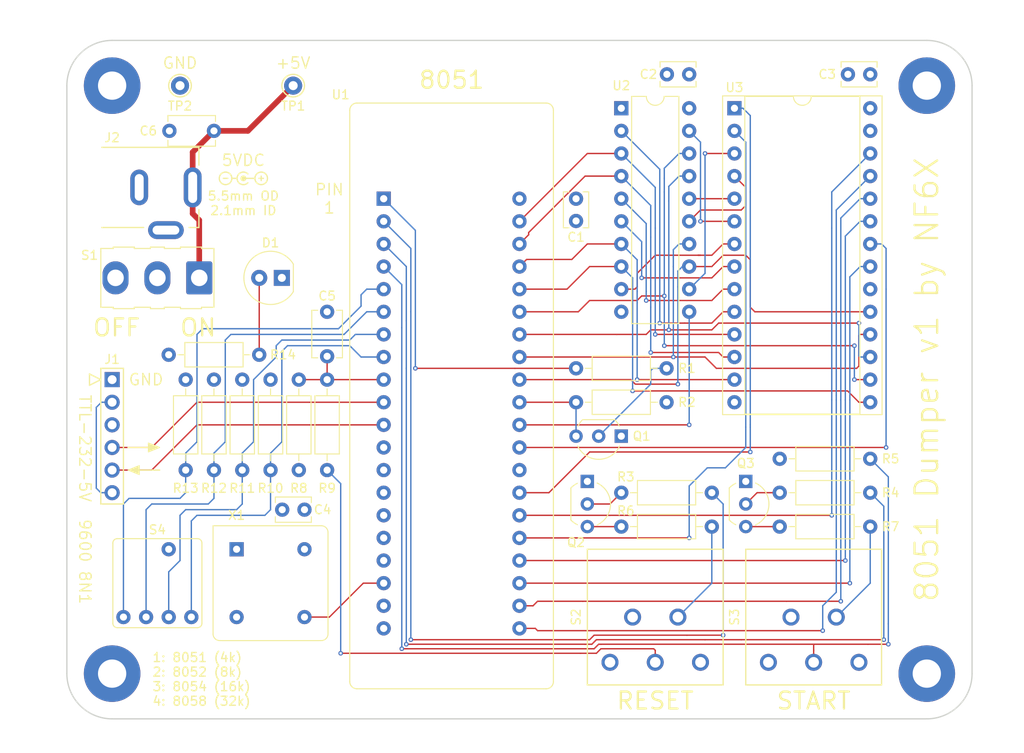
<source format=kicad_pcb>
(kicad_pcb (version 20171130) (host pcbnew "(5.1.4-0-10_14)")
  (title_block (title 8051dumper) (date 2020-04-11) (rev 1) (company "Mark J. Blair <nf6x@nf6x.net>"))
  (layers (0 F.Cu signal) (1 In1.Cu signal) (2 In2.Cu signal) (31 B.Cu signal) (36 B.SilkS user) (37 F.SilkS user) (38 B.Mask user) (39 F.Mask user) (44 Edge.Cuts user))
  (net 0 "")
  (net 1 GND)
  (net 2 +5V)
  (net 3 RST)
  (net 4 "Net-(J1-Pad2)")
  (net 5 /RXD)
  (net 6 /TXD)
  (net 7 /~EA)
  (net 8 "Net-(Q1-Pad2)")
  (net 9 "Net-(Q2-Pad3)")
  (net 10 "Net-(Q2-Pad2)")
  (net 11 "Net-(Q3-Pad3)")
  (net 12 "Net-(Q3-Pad2)")
  (net 13 EA)
  (net 14 ~REDLED)
  (net 15 ~GRNLED)
  (net 16 ~GRNBTN)
  (net 17 "Net-(R6-Pad2)")
  (net 18 "Net-(R7-Pad2)")
  (net 19 /AD0)
  (net 20 /AD1)
  (net 21 /CLK)
  (net 22 /AD2)
  (net 23 /AD3)
  (net 24 /AD4)
  (net 25 /AD5)
  (net 26 /AD6)
  (net 27 /AD7)
  (net 28 ALE)
  (net 29 ~PSEN)
  (net 30 /A14)
  (net 31 /A13)
  (net 32 /A12)
  (net 33 /A11)
  (net 34 /A10)
  (net 35 /A9)
  (net 36 /A8)
  (net 37 /A7)
  (net 38 /A3)
  (net 39 /A6)
  (net 40 /A2)
  (net 41 /A5)
  (net 42 /A1)
  (net 43 /A4)
  (net 44 /A0)
  (net 45 "Net-(R9-Pad2)")
  (net 46 "Net-(C6-Pad1)")
  (net 47 "Net-(D1-Pad2)")
  (net 48 ~R4k)
  (net 49 ~R8k)
  (net 50 ~R16k)
  (net 51 ~R32k)
  (module Symbol:Polarity_Center_Positive_1.5mm_SilkScreen (layer F.Cu) (at 121.412 142.494)
    (fp_text reference REF** hide)
    (fp_text value Polarity_Center_Positive_1.5mm_SilkScreen hide)
  )
  (module Resistor_THT:R_Axial_DIN0207_L6.3mm_D2.5mm_P10.16mm_Horizontal (layer F.Cu) (at 113.03 162.306)
    (fp_text reference R14 (at 12.827 0) (layer F.SilkS))
    (fp_text value 332 hide)
    (pad 2 thru_hole oval (at 10.16 0) (size 1.6 1.6) (drill 0.8) (layers *.Cu *.Mask) (net 47 "Net-(D1-Pad2)"))
    (pad 1 thru_hole circle (at 0 0) (size 1.6 1.6) (drill 0.8) (layers *.Cu *.Mask) (net 2 +5V))
  )
  (module LED_THT:LED_D5.0mm_Green_Kingbright_WP7113 (layer F.Cu) (at 124.46 153.67 180)
    (fp_text reference D1 (at 0 3.937) (layer F.SilkS))
    (fp_text value WP7113GD hide)
    (pad 2 thru_hole circle (at 1.27 0 180) (size 1.8 1.8) (drill 0.9) (layers *.Cu *.Mask) (net 47 "Net-(D1-Pad2)"))
    (pad 1 thru_hole rect (at -1.27 0 180) (size 1.8 1.8) (drill 0.9) (layers *.Cu *.Mask) (net 1 GND))
  )
  (module Resistor_THT:R_Axial_DIN0207_L6.3mm_D2.5mm_P10.16mm_Horizontal (layer F.Cu) (at 114.935 165.1 270)
    (fp_text reference R13 (at 12.192 0 180) (layer F.SilkS))
    (fp_text value 10k hide)
    (pad 2 thru_hole oval (at 10.16 0 270) (size 1.6 1.6) (drill 0.8) (layers *.Cu *.Mask) (net 51 ~R32k))
    (pad 1 thru_hole circle (at 0 0 270) (size 1.6 1.6) (drill 0.8) (layers *.Cu *.Mask) (net 2 +5V))
  )
  (module Resistor_THT:R_Axial_DIN0207_L6.3mm_D2.5mm_P10.16mm_Horizontal (layer F.Cu) (at 118.11 165.1 270)
    (fp_text reference R12 (at 12.192 0 180) (layer F.SilkS))
    (fp_text value 10k hide)
    (pad 2 thru_hole oval (at 10.16 0 270) (size 1.6 1.6) (drill 0.8) (layers *.Cu *.Mask) (net 50 ~R16k))
    (pad 1 thru_hole circle (at 0 0 270) (size 1.6 1.6) (drill 0.8) (layers *.Cu *.Mask) (net 2 +5V))
  )
  (module Resistor_THT:R_Axial_DIN0207_L6.3mm_D2.5mm_P10.16mm_Horizontal (layer F.Cu) (at 121.285 165.1 270)
    (fp_text reference R11 (at 12.192 0 180) (layer F.SilkS))
    (fp_text value 10k hide)
    (pad 2 thru_hole oval (at 10.16 0 270) (size 1.6 1.6) (drill 0.8) (layers *.Cu *.Mask) (net 49 ~R8k))
    (pad 1 thru_hole circle (at 0 0 270) (size 1.6 1.6) (drill 0.8) (layers *.Cu *.Mask) (net 2 +5V))
  )
  (module Resistor_THT:R_Axial_DIN0207_L6.3mm_D2.5mm_P10.16mm_Horizontal (layer F.Cu) (at 124.46 165.1 270)
    (fp_text reference R10 (at 12.192 0 180) (layer F.SilkS))
    (fp_text value 10k hide)
    (pad 2 thru_hole oval (at 10.16 0 270) (size 1.6 1.6) (drill 0.8) (layers *.Cu *.Mask) (net 48 ~R4k))
    (pad 1 thru_hole circle (at 0 0 270) (size 1.6 1.6) (drill 0.8) (layers *.Cu *.Mask) (net 2 +5V))
  )
  (module Button_Switch_THT:Copal_S-2150 (layer F.Cu) (at 111.76 187.96)
    (fp_text reference S4 (at 0 -6) (layer F.SilkS))
    (fp_text value Copal_S-2150 hide)
    (pad C thru_hole circle (at 1.27 -3.81) (size 1.6 1.6) (drill 0.8) (layers *.Cu *.Mask) (net 1 GND))
    (pad 4 thru_hole circle (at -3.81 3.81) (size 1.6 1.6) (drill 0.8) (layers *.Cu *.Mask) (net 51 ~R32k))
    (pad 3 thru_hole circle (at -1.27 3.81) (size 1.6 1.6) (drill 0.8) (layers *.Cu *.Mask) (net 50 ~R16k))
    (pad 2 thru_hole circle (at 1.27 3.81) (size 1.6 1.6) (drill 0.8) (layers *.Cu *.Mask) (net 49 ~R8k))
    (pad 1 thru_hole circle (at 3.81 3.81) (size 1.6 1.6) (drill 0.8) (layers *.Cu *.Mask) (net 48 ~R4k))
  )
  (module Package_DIP:DIP-20_W7.62mm (layer F.Cu) (at 163.83 134.62)
    (fp_text reference U2 (at 0 -2.54) (layer F.SilkS))
    (fp_text value SN74LS373N hide)
    (pad 20 thru_hole oval (at 7.62 0) (size 1.6 1.6) (drill 0.8) (layers *.Cu *.Mask) (net 2 +5V))
    (pad 10 thru_hole oval (at 0 22.86) (size 1.6 1.6) (drill 0.8) (layers *.Cu *.Mask) (net 1 GND))
    (pad 19 thru_hole oval (at 7.62 2.54) (size 1.6 1.6) (drill 0.8) (layers *.Cu *.Mask) (net 43 /A4))
    (pad 9 thru_hole oval (at 0 20.32) (size 1.6 1.6) (drill 0.8) (layers *.Cu *.Mask) (net 38 /A3))
    (pad 18 thru_hole oval (at 7.62 5.08) (size 1.6 1.6) (drill 0.8) (layers *.Cu *.Mask) (net 24 /AD4))
    (pad 8 thru_hole oval (at 0 17.78) (size 1.6 1.6) (drill 0.8) (layers *.Cu *.Mask) (net 23 /AD3))
    (pad 17 thru_hole oval (at 7.62 7.62) (size 1.6 1.6) (drill 0.8) (layers *.Cu *.Mask) (net 25 /AD5))
    (pad 7 thru_hole oval (at 0 15.24) (size 1.6 1.6) (drill 0.8) (layers *.Cu *.Mask) (net 22 /AD2))
    (pad 16 thru_hole oval (at 7.62 10.16) (size 1.6 1.6) (drill 0.8) (layers *.Cu *.Mask) (net 41 /A5))
    (pad 6 thru_hole oval (at 0 12.7) (size 1.6 1.6) (drill 0.8) (layers *.Cu *.Mask) (net 40 /A2))
    (pad 15 thru_hole oval (at 7.62 12.7) (size 1.6 1.6) (drill 0.8) (layers *.Cu *.Mask) (net 39 /A6))
    (pad 5 thru_hole oval (at 0 10.16) (size 1.6 1.6) (drill 0.8) (layers *.Cu *.Mask) (net 42 /A1))
    (pad 14 thru_hole oval (at 7.62 15.24) (size 1.6 1.6) (drill 0.8) (layers *.Cu *.Mask) (net 26 /AD6))
    (pad 4 thru_hole oval (at 0 7.62) (size 1.6 1.6) (drill 0.8) (layers *.Cu *.Mask) (net 20 /AD1))
    (pad 13 thru_hole oval (at 7.62 17.78) (size 1.6 1.6) (drill 0.8) (layers *.Cu *.Mask) (net 27 /AD7))
    (pad 3 thru_hole oval (at 0 5.08) (size 1.6 1.6) (drill 0.8) (layers *.Cu *.Mask) (net 19 /AD0))
    (pad 12 thru_hole oval (at 7.62 20.32) (size 1.6 1.6) (drill 0.8) (layers *.Cu *.Mask) (net 37 /A7))
    (pad 2 thru_hole oval (at 0 2.54) (size 1.6 1.6) (drill 0.8) (layers *.Cu *.Mask) (net 44 /A0))
    (pad 11 thru_hole oval (at 7.62 22.86) (size 1.6 1.6) (drill 0.8) (layers *.Cu *.Mask) (net 28 ALE))
    (pad 1 thru_hole rect (at 0 0) (size 1.6 1.6) (drill 0.8) (layers *.Cu *.Mask) (net 1 GND))
  )
  (module Button_Switch_THT:SW_CK_1101M2S3CQE2 (layer F.Cu) (at 111.76 153.67 180)
    (fp_text reference S1 (at 7.62 2.54) (layer F.SilkS))
    (fp_text value CK_1101M2S3CQE2 hide)
    (pad 3 thru_hole oval (at 4.699 0 180) (size 2.921 3.7084) (drill 1.8542) (layers *.Cu *.Mask) (net 1 GND))
    (pad 2 thru_hole oval (at 0 0 180) (size 2.921 3.7084) (drill 1.8542) (layers *.Cu *.Mask) (net 2 +5V))
    (pad 1 thru_hole roundrect (at -4.699 0 180) (size 2.921 3.7084) (drill 1.8542) (layers *.Cu *.Mask) (roundrect_rratio 0.08699999999999999) (net 46 "Net-(C6-Pad1)"))
  )
  (module Capacitor_THT:C_Disc_D3.8mm_W2.6mm_P2.50mm (layer F.Cu) (at 158.75 144.78 270)
    (fp_text reference C1 (at 4.318 0 180) (layer F.SilkS))
    (fp_text value 0.1uF hide)
    (pad 2 thru_hole circle (at 2.5 0 270) (size 1.6 1.6) (drill 0.8) (layers *.Cu *.Mask) (net 1 GND))
    (pad 1 thru_hole circle (at 0 0 270) (size 1.6 1.6) (drill 0.8) (layers *.Cu *.Mask) (net 2 +5V))
  )
  (module Capacitor_THT:C_Disc_D3.8mm_W2.6mm_P2.50mm (layer F.Cu) (at 128.27 179.705 180)
    (fp_text reference C4 (at -2.032 0) (layer F.SilkS))
    (fp_text value 0.1uF hide)
    (pad 2 thru_hole circle (at 2.5 0 180) (size 1.6 1.6) (drill 0.8) (layers *.Cu *.Mask) (net 1 GND))
    (pad 1 thru_hole circle (at 0 0 180) (size 1.6 1.6) (drill 0.8) (layers *.Cu *.Mask) (net 2 +5V))
  )
  (module Capacitor_THT:C_Disc_D3.8mm_W2.6mm_P2.50mm (layer F.Cu) (at 191.77 130.81 180)
    (fp_text reference C3 (at 4.826 0) (layer F.SilkS))
    (fp_text value 0.1uF hide)
    (pad 2 thru_hole circle (at 2.5 0 180) (size 1.6 1.6) (drill 0.8) (layers *.Cu *.Mask) (net 1 GND))
    (pad 1 thru_hole circle (at 0 0 180) (size 1.6 1.6) (drill 0.8) (layers *.Cu *.Mask) (net 2 +5V))
  )
  (module Capacitor_THT:C_Disc_D3.8mm_W2.6mm_P2.50mm (layer F.Cu) (at 171.45 130.81 180)
    (fp_text reference C2 (at 4.572 0) (layer F.SilkS))
    (fp_text value 0.1uF hide)
    (pad 2 thru_hole circle (at 2.5 0 180) (size 1.6 1.6) (drill 0.8) (layers *.Cu *.Mask) (net 1 GND))
    (pad 1 thru_hole circle (at 0 0 180) (size 1.6 1.6) (drill 0.8) (layers *.Cu *.Mask) (net 2 +5V))
  )
  (module Capacitor_THT:C_Disc_D5.1mm_W3.2mm_P5.00mm (layer F.Cu) (at 118.11 137.16 180)
    (fp_text reference C6 (at 7.366 0) (layer F.SilkS))
    (fp_text value 10uF hide)
    (pad 2 thru_hole circle (at 5 0 180) (size 1.6 1.6) (drill 0.8) (layers *.Cu *.Mask) (net 1 GND))
    (pad 1 thru_hole circle (at 0 0 180) (size 1.6 1.6) (drill 0.8) (layers *.Cu *.Mask) (net 46 "Net-(C6-Pad1)"))
  )
  (module Capacitor_THT:C_Disc_D5.1mm_W3.2mm_P5.00mm (layer F.Cu) (at 130.81 157.48 270)
    (fp_text reference C5 (at -1.778 0 180) (layer F.SilkS))
    (fp_text value 10uF hide)
    (pad 2 thru_hole circle (at 5 0 270) (size 1.6 1.6) (drill 0.8) (layers *.Cu *.Mask) (net 3 RST))
    (pad 1 thru_hole circle (at 0 0 270) (size 1.6 1.6) (drill 0.8) (layers *.Cu *.Mask) (net 2 +5V))
  )
  (module Resistor_THT:R_Axial_DIN0207_L6.3mm_D2.5mm_P10.16mm_Horizontal (layer F.Cu) (at 130.81 165.1 270)
    (fp_text reference R9 (at 12.192 0 180) (layer F.SilkS))
    (fp_text value 332 hide)
    (pad 2 thru_hole oval (at 10.16 0 270) (size 1.6 1.6) (drill 0.8) (layers *.Cu *.Mask) (net 45 "Net-(R9-Pad2)"))
    (pad 1 thru_hole circle (at 0 0 270) (size 1.6 1.6) (drill 0.8) (layers *.Cu *.Mask) (net 3 RST))
  )
  (module Resistor_THT:R_Axial_DIN0207_L6.3mm_D2.5mm_P10.16mm_Horizontal (layer F.Cu) (at 127.635 165.1 270)
    (fp_text reference R8 (at 12.192 0 180) (layer F.SilkS))
    (fp_text value 10k hide)
    (pad 2 thru_hole oval (at 10.16 0 270) (size 1.6 1.6) (drill 0.8) (layers *.Cu *.Mask) (net 1 GND))
    (pad 1 thru_hole circle (at 0 0 270) (size 1.6 1.6) (drill 0.8) (layers *.Cu *.Mask) (net 3 RST))
  )
  (module Resistor_THT:R_Axial_DIN0207_L6.3mm_D2.5mm_P10.16mm_Horizontal (layer F.Cu) (at 181.61 181.61)
    (fp_text reference R7 (at 12.446 0) (layer F.SilkS))
    (fp_text value 332 hide)
    (pad 2 thru_hole oval (at 10.16 0) (size 1.6 1.6) (drill 0.8) (layers *.Cu *.Mask) (net 18 "Net-(R7-Pad2)"))
    (pad 1 thru_hole circle (at 0 0) (size 1.6 1.6) (drill 0.8) (layers *.Cu *.Mask) (net 11 "Net-(Q3-Pad3)"))
  )
  (module Resistor_THT:R_Axial_DIN0207_L6.3mm_D2.5mm_P10.16mm_Horizontal (layer F.Cu) (at 163.83 181.61)
    (fp_text reference R6 (at 0.508 -1.778) (layer F.SilkS))
    (fp_text value 332 hide)
    (pad 2 thru_hole oval (at 10.16 0) (size 1.6 1.6) (drill 0.8) (layers *.Cu *.Mask) (net 17 "Net-(R6-Pad2)"))
    (pad 1 thru_hole circle (at 0 0) (size 1.6 1.6) (drill 0.8) (layers *.Cu *.Mask) (net 9 "Net-(Q2-Pad3)"))
  )
  (module Resistor_THT:R_Axial_DIN0207_L6.3mm_D2.5mm_P10.16mm_Horizontal (layer F.Cu) (at 181.61 173.99)
    (fp_text reference R5 (at 12.446 0) (layer F.SilkS))
    (fp_text value 10k hide)
    (pad 2 thru_hole oval (at 10.16 0) (size 1.6 1.6) (drill 0.8) (layers *.Cu *.Mask) (net 16 ~GRNBTN))
    (pad 1 thru_hole circle (at 0 0) (size 1.6 1.6) (drill 0.8) (layers *.Cu *.Mask) (net 2 +5V))
  )
  (module Resistor_THT:R_Axial_DIN0207_L6.3mm_D2.5mm_P10.16mm_Horizontal (layer F.Cu) (at 181.61 177.8)
    (fp_text reference R4 (at 12.446 0) (layer F.SilkS))
    (fp_text value 10k hide)
    (pad 2 thru_hole oval (at 10.16 0) (size 1.6 1.6) (drill 0.8) (layers *.Cu *.Mask) (net 15 ~GRNLED))
    (pad 1 thru_hole circle (at 0 0) (size 1.6 1.6) (drill 0.8) (layers *.Cu *.Mask) (net 12 "Net-(Q3-Pad2)"))
  )
  (module Resistor_THT:R_Axial_DIN0207_L6.3mm_D2.5mm_P10.16mm_Horizontal (layer F.Cu) (at 163.83 177.8)
    (fp_text reference R3 (at 0.508 -1.778) (layer F.SilkS))
    (fp_text value 10k hide)
    (pad 2 thru_hole oval (at 10.16 0) (size 1.6 1.6) (drill 0.8) (layers *.Cu *.Mask) (net 14 ~REDLED))
    (pad 1 thru_hole circle (at 0 0) (size 1.6 1.6) (drill 0.8) (layers *.Cu *.Mask) (net 10 "Net-(Q2-Pad2)"))
  )
  (module Resistor_THT:R_Axial_DIN0207_L6.3mm_D2.5mm_P10.16mm_Horizontal (layer F.Cu) (at 158.75 167.64)
    (fp_text reference R2 (at 12.446 0) (layer F.SilkS))
    (fp_text value 10k hide)
    (pad 2 thru_hole oval (at 10.16 0) (size 1.6 1.6) (drill 0.8) (layers *.Cu *.Mask) (net 1 GND))
    (pad 1 thru_hole circle (at 0 0) (size 1.6 1.6) (drill 0.8) (layers *.Cu *.Mask) (net 7 /~EA))
  )
  (module Resistor_THT:R_Axial_DIN0207_L6.3mm_D2.5mm_P10.16mm_Horizontal (layer F.Cu) (at 168.91 163.83 180)
    (fp_text reference R1 (at -2.286 0) (layer F.SilkS))
    (fp_text value 10k hide)
    (pad 2 thru_hole oval (at 10.16 0 180) (size 1.6 1.6) (drill 0.8) (layers *.Cu *.Mask) (net 13 EA))
    (pad 1 thru_hole circle (at 0 0 180) (size 1.6 1.6) (drill 0.8) (layers *.Cu *.Mask) (net 8 "Net-(Q1-Pad2)"))
  )
  (module Connector_PinHeader_2.54mm:PinHeader_1x6_P2.54mm_Vertical_Unshrouded (layer F.Cu) (at 106.68 165.1)
    (fp_text reference J1 (at 0 -2.286 180) (layer F.SilkS))
    (fp_text value TTL-232R-5V hide)
    (pad 1 thru_hole rect (at 0 0) (size 1.7 1.7) (drill 1) (layers *.Cu *.Mask) (net 1 GND))
    (pad 2 thru_hole oval (at 0 2.54) (size 1.7 1.7) (drill 1) (layers *.Cu *.Mask) (net 4 "Net-(J1-Pad2)"))
    (pad 3 thru_hole oval (at 0 5.08) (size 1.7 1.7) (drill 1) (layers *.Cu *.Mask))
    (pad 4 thru_hole oval (at 0 7.62) (size 1.7 1.7) (drill 1) (layers *.Cu *.Mask) (net 5 /RXD))
    (pad 5 thru_hole oval (at 0 10.16) (size 1.7 1.7) (drill 1) (layers *.Cu *.Mask) (net 6 /TXD))
    (pad 6 thru_hole oval (at 0 12.7) (size 1.7 1.7) (drill 1) (layers *.Cu *.Mask) (net 4 "Net-(J1-Pad2)"))
  )
  (module Package_DIP:DIP-28_W15.24mm_Socket (layer F.Cu) (at 176.53 134.62)
    (fp_text reference U3 (at 0 -2.33) (layer F.SilkS))
    (fp_text value AT28C256-15PU hide)
    (pad 28 thru_hole oval (at 15.24 0) (size 1.6 1.6) (drill 0.8) (layers *.Cu *.Mask) (net 2 +5V))
    (pad 14 thru_hole oval (at 0 33.02) (size 1.6 1.6) (drill 0.8) (layers *.Cu *.Mask) (net 1 GND))
    (pad 27 thru_hole oval (at 15.24 2.54) (size 1.6 1.6) (drill 0.8) (layers *.Cu *.Mask) (net 2 +5V))
    (pad 13 thru_hole oval (at 0 30.48) (size 1.6 1.6) (drill 0.8) (layers *.Cu *.Mask) (net 22 /AD2))
    (pad 26 thru_hole oval (at 15.24 5.08) (size 1.6 1.6) (drill 0.8) (layers *.Cu *.Mask) (net 31 /A13))
    (pad 12 thru_hole oval (at 0 27.94) (size 1.6 1.6) (drill 0.8) (layers *.Cu *.Mask) (net 20 /AD1))
    (pad 25 thru_hole oval (at 15.24 7.62) (size 1.6 1.6) (drill 0.8) (layers *.Cu *.Mask) (net 36 /A8))
    (pad 11 thru_hole oval (at 0 25.4) (size 1.6 1.6) (drill 0.8) (layers *.Cu *.Mask) (net 19 /AD0))
    (pad 24 thru_hole oval (at 15.24 10.16) (size 1.6 1.6) (drill 0.8) (layers *.Cu *.Mask) (net 35 /A9))
    (pad 10 thru_hole oval (at 0 22.86) (size 1.6 1.6) (drill 0.8) (layers *.Cu *.Mask) (net 44 /A0))
    (pad 23 thru_hole oval (at 15.24 12.7) (size 1.6 1.6) (drill 0.8) (layers *.Cu *.Mask) (net 33 /A11))
    (pad 9 thru_hole oval (at 0 20.32) (size 1.6 1.6) (drill 0.8) (layers *.Cu *.Mask) (net 42 /A1))
    (pad 22 thru_hole oval (at 15.24 15.24) (size 1.6 1.6) (drill 0.8) (layers *.Cu *.Mask) (net 29 ~PSEN))
    (pad 8 thru_hole oval (at 0 17.78) (size 1.6 1.6) (drill 0.8) (layers *.Cu *.Mask) (net 40 /A2))
    (pad 21 thru_hole oval (at 15.24 17.78) (size 1.6 1.6) (drill 0.8) (layers *.Cu *.Mask) (net 34 /A10))
    (pad 7 thru_hole oval (at 0 15.24) (size 1.6 1.6) (drill 0.8) (layers *.Cu *.Mask) (net 38 /A3))
    (pad 20 thru_hole oval (at 15.24 20.32) (size 1.6 1.6) (drill 0.8) (layers *.Cu *.Mask) (net 1 GND))
    (pad 6 thru_hole oval (at 0 12.7) (size 1.6 1.6) (drill 0.8) (layers *.Cu *.Mask) (net 43 /A4))
    (pad 19 thru_hole oval (at 15.24 22.86) (size 1.6 1.6) (drill 0.8) (layers *.Cu *.Mask) (net 27 /AD7))
    (pad 5 thru_hole oval (at 0 10.16) (size 1.6 1.6) (drill 0.8) (layers *.Cu *.Mask) (net 41 /A5))
    (pad 18 thru_hole oval (at 15.24 25.4) (size 1.6 1.6) (drill 0.8) (layers *.Cu *.Mask) (net 26 /AD6))
    (pad 4 thru_hole oval (at 0 7.62) (size 1.6 1.6) (drill 0.8) (layers *.Cu *.Mask) (net 39 /A6))
    (pad 17 thru_hole oval (at 15.24 27.94) (size 1.6 1.6) (drill 0.8) (layers *.Cu *.Mask) (net 25 /AD5))
    (pad 3 thru_hole oval (at 0 5.08) (size 1.6 1.6) (drill 0.8) (layers *.Cu *.Mask) (net 37 /A7))
    (pad 16 thru_hole oval (at 15.24 30.48) (size 1.6 1.6) (drill 0.8) (layers *.Cu *.Mask) (net 24 /AD4))
    (pad 2 thru_hole oval (at 0 2.54) (size 1.6 1.6) (drill 0.8) (layers *.Cu *.Mask) (net 32 /A12))
    (pad 15 thru_hole oval (at 15.24 33.02) (size 1.6 1.6) (drill 0.8) (layers *.Cu *.Mask) (net 23 /AD3))
    (pad 1 thru_hole rect (at 0 0) (size 1.6 1.6) (drill 0.8) (layers *.Cu *.Mask) (net 30 /A14))
  )
  (module Connector_BarrelJack:BarrelJack_Horizontal_CUI_PJ-050AH (layer F.Cu) (at 109.22 143.51 270)
    (fp_text reference J2 (at -5.588 2.54 180) (layer F.SilkS))
    (fp_text value CUI_PJ-050AH hide)
    (pad "" np_thru_hole circle (at 0 3.7 270) (size 1.8 1.8) (drill 1.8) (layers *.Cu *.Mask))
    (pad 3 thru_hole oval (at 4.8 -3.5 270) (size 2 4) (drill oval 1 3) (layers *.Cu *.Mask))
    (pad 2 thru_hole oval (at 0 -0.5 270) (size 4 2) (drill oval 3 1) (layers *.Cu *.Mask) (net 1 GND))
    (pad 1 thru_hole oval (at 0 -6.5 270) (size 4.5 2) (drill oval 3.5 1) (layers *.Cu *.Mask) (net 46 "Net-(C6-Pad1)"))
  )
  (module MountingHole:MountingHole_no4_Pad (layer F.Cu) (at 198.12 132.08)
    (fp_text reference REF** hide)
    (fp_text value MountingHole_no4_Pad hide)
    (pad 1 thru_hole circle (at 0 0) (size 6.35 6.35) (drill 3.175) (layers *.Cu *.Mask) (net 1 GND))
  )
  (module MountingHole:MountingHole_no4_Pad (layer F.Cu) (at 198.12 198.12)
    (fp_text reference REF** hide)
    (fp_text value MountingHole_no4_Pad hide)
    (pad 1 thru_hole circle (at 0 0) (size 6.35 6.35) (drill 3.175) (layers *.Cu *.Mask) (net 1 GND))
  )
  (module MountingHole:MountingHole_no4_Pad (layer F.Cu) (at 106.68 132.08)
    (fp_text reference REF** hide)
    (fp_text value MountingHole_no4_Pad hide)
    (pad 1 thru_hole circle (at 0 0) (size 6.35 6.35) (drill 3.175) (layers *.Cu *.Mask) (net 1 GND))
  )
  (module MountingHole:MountingHole_no4_Pad (layer F.Cu) (at 106.68 198.12)
    (fp_text reference REF** hide)
    (fp_text value MountingHole_no4_Pad hide)
    (pad 1 thru_hole circle (at 0 0) (size 6.35 6.35) (drill 3.175) (layers *.Cu *.Mask) (net 1 GND))
  )
  (module Package_DIP:DIP-40_W15.24mm_ZIF_Socket_Aries_40-6554-10 (layer F.Cu) (at 137.16 144.78)
    (fp_text reference U1 (at -4.826 -11.684) (layer F.SilkS))
    (fp_text value 8051 hide)
    (pad "" np_thru_hole circle (at 7.62 -8.509) (size 1.651 1.651) (drill 1.651) (layers *.Cu *.Mask))
    (pad "" np_thru_hole circle (at 7.62 52.832) (size 1.651 1.651) (drill 1.651) (layers *.Cu *.Mask))
    (pad 40 thru_hole oval (at 15.24 0) (size 1.6002 1.6002) (drill 0.8128) (layers *.Cu *.Mask) (net 2 +5V))
    (pad 20 thru_hole oval (at 0 48.26) (size 1.6002 1.6002) (drill 0.8128) (layers *.Cu *.Mask) (net 1 GND))
    (pad 39 thru_hole oval (at 15.24 2.54) (size 1.6002 1.6002) (drill 0.8128) (layers *.Cu *.Mask) (net 19 /AD0))
    (pad 19 thru_hole oval (at 0 45.72) (size 1.6002 1.6002) (drill 0.8128) (layers *.Cu *.Mask) (net 1 GND))
    (pad 38 thru_hole oval (at 15.24 5.08) (size 1.6002 1.6002) (drill 0.8128) (layers *.Cu *.Mask) (net 20 /AD1))
    (pad 18 thru_hole oval (at 0 43.18) (size 1.6002 1.6002) (drill 0.8128) (layers *.Cu *.Mask) (net 21 /CLK))
    (pad 37 thru_hole oval (at 15.24 7.62) (size 1.6002 1.6002) (drill 0.8128) (layers *.Cu *.Mask) (net 22 /AD2))
    (pad 17 thru_hole oval (at 0 40.64) (size 1.6002 1.6002) (drill 0.8128) (layers *.Cu *.Mask))
    (pad 36 thru_hole oval (at 15.24 10.16) (size 1.6002 1.6002) (drill 0.8128) (layers *.Cu *.Mask) (net 23 /AD3))
    (pad 16 thru_hole oval (at 0 38.1) (size 1.6002 1.6002) (drill 0.8128) (layers *.Cu *.Mask))
    (pad 35 thru_hole oval (at 15.24 12.7) (size 1.6002 1.6002) (drill 0.8128) (layers *.Cu *.Mask) (net 24 /AD4))
    (pad 15 thru_hole oval (at 0 35.56) (size 1.6002 1.6002) (drill 0.8128) (layers *.Cu *.Mask))
    (pad 34 thru_hole oval (at 15.24 15.24) (size 1.6002 1.6002) (drill 0.8128) (layers *.Cu *.Mask) (net 25 /AD5))
    (pad 14 thru_hole oval (at 0 33.02) (size 1.6002 1.6002) (drill 0.8128) (layers *.Cu *.Mask))
    (pad 33 thru_hole oval (at 15.24 17.78) (size 1.6002 1.6002) (drill 0.8128) (layers *.Cu *.Mask) (net 26 /AD6))
    (pad 13 thru_hole oval (at 0 30.48) (size 1.6002 1.6002) (drill 0.8128) (layers *.Cu *.Mask))
    (pad 32 thru_hole oval (at 15.24 20.32) (size 1.6002 1.6002) (drill 0.8128) (layers *.Cu *.Mask) (net 27 /AD7))
    (pad 12 thru_hole oval (at 0 27.94) (size 1.6002 1.6002) (drill 0.8128) (layers *.Cu *.Mask))
    (pad 31 thru_hole oval (at 15.24 22.86) (size 1.6002 1.6002) (drill 0.8128) (layers *.Cu *.Mask) (net 7 /~EA))
    (pad 11 thru_hole oval (at 0 25.4) (size 1.6002 1.6002) (drill 0.8128) (layers *.Cu *.Mask) (net 6 /TXD))
    (pad 30 thru_hole oval (at 15.24 25.4) (size 1.6002 1.6002) (drill 0.8128) (layers *.Cu *.Mask) (net 28 ALE))
    (pad 10 thru_hole oval (at 0 22.86) (size 1.6002 1.6002) (drill 0.8128) (layers *.Cu *.Mask) (net 5 /RXD))
    (pad 29 thru_hole oval (at 15.24 27.94) (size 1.6002 1.6002) (drill 0.8128) (layers *.Cu *.Mask) (net 29 ~PSEN))
    (pad 9 thru_hole oval (at 0 20.32) (size 1.6002 1.6002) (drill 0.8128) (layers *.Cu *.Mask) (net 3 RST))
    (pad 28 thru_hole oval (at 15.24 30.48) (size 1.6002 1.6002) (drill 0.8128) (layers *.Cu *.Mask))
    (pad 8 thru_hole oval (at 0 17.78) (size 1.6002 1.6002) (drill 0.8128) (layers *.Cu *.Mask) (net 48 ~R4k))
    (pad 27 thru_hole oval (at 15.24 33.02) (size 1.6002 1.6002) (drill 0.8128) (layers *.Cu *.Mask) (net 30 /A14))
    (pad 7 thru_hole oval (at 0 15.24) (size 1.6002 1.6002) (drill 0.8128) (layers *.Cu *.Mask) (net 49 ~R8k))
    (pad 26 thru_hole oval (at 15.24 35.56) (size 1.6002 1.6002) (drill 0.8128) (layers *.Cu *.Mask) (net 31 /A13))
    (pad 6 thru_hole oval (at 0 12.7) (size 1.6002 1.6002) (drill 0.8128) (layers *.Cu *.Mask) (net 50 ~R16k))
    (pad 25 thru_hole oval (at 15.24 38.1) (size 1.6002 1.6002) (drill 0.8128) (layers *.Cu *.Mask) (net 32 /A12))
    (pad 5 thru_hole oval (at 0 10.16) (size 1.6002 1.6002) (drill 0.8128) (layers *.Cu *.Mask) (net 51 ~R32k))
    (pad 24 thru_hole oval (at 15.24 40.64) (size 1.6002 1.6002) (drill 0.8128) (layers *.Cu *.Mask) (net 33 /A11))
    (pad 4 thru_hole oval (at 0 7.62) (size 1.6002 1.6002) (drill 0.8128) (layers *.Cu *.Mask) (net 16 ~GRNBTN))
    (pad 23 thru_hole oval (at 15.24 43.18) (size 1.6002 1.6002) (drill 0.8128) (layers *.Cu *.Mask) (net 34 /A10))
    (pad 3 thru_hole oval (at 0 5.08) (size 1.6002 1.6002) (drill 0.8128) (layers *.Cu *.Mask) (net 15 ~GRNLED))
    (pad 22 thru_hole oval (at 15.24 45.72) (size 1.6002 1.6002) (drill 0.8128) (layers *.Cu *.Mask) (net 35 /A9))
    (pad 2 thru_hole oval (at 0 2.54) (size 1.6002 1.6002) (drill 0.8128) (layers *.Cu *.Mask) (net 14 ~REDLED))
    (pad 21 thru_hole oval (at 15.24 48.26) (size 1.6002 1.6002) (drill 0.8128) (layers *.Cu *.Mask) (net 36 /A8))
    (pad 1 thru_hole rect (at 0 0) (size 1.6002 1.6002) (drill 0.8128) (layers *.Cu *.Mask) (net 13 EA))
  )
  (module Oscillator:Oscillator_DIP-8 (layer F.Cu) (at 120.65 184.15 270)
    (fp_text reference X1 (at -3.81 0 180) (layer F.SilkS))
    (fp_text value "11.0592 MHz" hide)
    (pad 4 thru_hole circle (at 7.62 0 270) (size 1.6 1.6) (drill 0.8) (layers *.Cu *.Mask) (net 1 GND))
    (pad 5 thru_hole circle (at 7.62 -7.62 270) (size 1.6 1.6) (drill 0.8) (layers *.Cu *.Mask) (net 21 /CLK))
    (pad 8 thru_hole circle (at 0 -7.62 270) (size 1.6 1.6) (drill 0.8) (layers *.Cu *.Mask) (net 2 +5V))
    (pad 1 thru_hole rect (at 0 0 270) (size 1.6 1.6) (drill 0.8) (layers *.Cu *.Mask) (net 2 +5V))
  )
  (module TestPoint:TestPoint_Keystone_5001 (layer F.Cu) (at 114.3 132.08)
    (fp_text reference TP2 (at 0 2.286) (layer F.SilkS))
    (fp_text value TestPoint_Mini_Black hide)
    (pad 1 thru_hole circle (at 0 0) (size 2.032 2.032) (drill 1.016) (layers *.Cu *.Mask) (net 1 GND))
  )
  (module TestPoint:TestPoint_Keystone_5000 (layer F.Cu) (at 127 132.08)
    (fp_text reference TP1 (at 0 2.286) (layer F.SilkS))
    (fp_text value TestPoint_Mini_Red hide)
    (pad 1 thru_hole circle (at 0 0) (size 2.032 2.032) (drill 1.016) (layers *.Cu *.Mask) (net 46 "Net-(C6-Pad1)"))
  )
  (module Button_Switch_THT:SW_NKK_UB15SKG035F-FF (layer F.Cu) (at 185.42 191.77 270)
    (fp_text reference S3 (at 0 8.89 90) (layer F.SilkS))
    (fp_text value NKK_UB15SKG035F-FF hide)
    (pad L- thru_hole circle (at 0 2.54 270) (size 1.905 1.905) (drill 1.1938) (layers *.Cu *.Mask) (net 1 GND))
    (pad L+ thru_hole circle (at 0 -2.54 270) (size 1.905 1.905) (drill 1.1938) (layers *.Cu *.Mask) (net 18 "Net-(R7-Pad2)"))
    (pad 3 thru_hole circle (at 5.08 -5.08 270) (size 1.905 1.905) (drill 1.1938) (layers *.Cu *.Mask))
    (pad 2 thru_hole circle (at 5.08 0 270) (size 1.905 1.905) (drill 1.1938) (layers *.Cu *.Mask) (net 16 ~GRNBTN))
    (pad 1 thru_hole circle (at 5.08 5.08 270) (size 1.905 1.905) (drill 1.1938) (layers *.Cu *.Mask) (net 1 GND))
  )
  (module Button_Switch_THT:SW_NKK_UB15SKG035C-CC (layer F.Cu) (at 167.64 191.77 270)
    (fp_text reference S2 (at 0 8.89 90) (layer F.SilkS))
    (fp_text value NKK_UB15SKG035C-CC hide)
    (pad L- thru_hole circle (at 0 2.54 270) (size 1.905 1.905) (drill 1.1938) (layers *.Cu *.Mask) (net 1 GND))
    (pad L+ thru_hole circle (at 0 -2.54 270) (size 1.905 1.905) (drill 1.1938) (layers *.Cu *.Mask) (net 17 "Net-(R6-Pad2)"))
    (pad 3 thru_hole circle (at 5.08 -5.08 270) (size 1.905 1.905) (drill 1.1938) (layers *.Cu *.Mask))
    (pad 2 thru_hole circle (at 5.08 0 270) (size 1.905 1.905) (drill 1.1938) (layers *.Cu *.Mask) (net 45 "Net-(R9-Pad2)"))
    (pad 1 thru_hole circle (at 5.08 5.08 270) (size 1.905 1.905) (drill 1.1938) (layers *.Cu *.Mask) (net 2 +5V))
  )
  (module Package_TO_SOT_THT:TO-92_Inline_Wide (layer F.Cu) (at 177.8 176.53 270)
    (fp_text reference Q3 (at -2.032 0 180) (layer F.SilkS))
    (fp_text value 2N3906 hide)
    (pad 1 thru_hole rect (at 0 0) (size 1.5 1.5) (drill 0.8) (layers *.Cu *.Mask) (net 2 +5V))
    (pad 3 thru_hole circle (at 5.08 0) (size 1.5 1.5) (drill 0.8) (layers *.Cu *.Mask) (net 11 "Net-(Q3-Pad3)"))
    (pad 2 thru_hole circle (at 2.54 0) (size 1.5 1.5) (drill 0.8) (layers *.Cu *.Mask) (net 12 "Net-(Q3-Pad2)"))
  )
  (module Package_TO_SOT_THT:TO-92_Inline_Wide (layer F.Cu) (at 160.02 176.53 270)
    (fp_text reference Q2 (at 6.858 1.27 180) (layer F.SilkS))
    (fp_text value 2N3906 hide)
    (pad 1 thru_hole rect (at 0 0) (size 1.5 1.5) (drill 0.8) (layers *.Cu *.Mask) (net 2 +5V))
    (pad 3 thru_hole circle (at 5.08 0) (size 1.5 1.5) (drill 0.8) (layers *.Cu *.Mask) (net 9 "Net-(Q2-Pad3)"))
    (pad 2 thru_hole circle (at 2.54 0) (size 1.5 1.5) (drill 0.8) (layers *.Cu *.Mask) (net 10 "Net-(Q2-Pad2)"))
  )
  (module Package_TO_SOT_THT:TO-92_Inline_Wide (layer F.Cu) (at 163.83 171.45 180)
    (fp_text reference Q1 (at -2.286 0) (layer F.SilkS))
    (fp_text value 2N3906 hide)
    (pad 1 thru_hole rect (at 0 0 270) (size 1.5 1.5) (drill 0.8) (layers *.Cu *.Mask) (net 2 +5V))
    (pad 3 thru_hole circle (at 5.08 0 270) (size 1.5 1.5) (drill 0.8) (layers *.Cu *.Mask) (net 7 /~EA))
    (pad 2 thru_hole circle (at 2.54 0 270) (size 1.5 1.5) (drill 0.8) (layers *.Cu *.Mask) (net 8 "Net-(Q1-Pad2)"))
  )
  (gr_text "5.5mm OD\n2.1mm ID" (at 121.412 145.288) (layer F.SilkS) (effects (font (size 1.016 1.016) (thickness 0.1524))))
  (gr_text "1: 8051 (4k)\n2: 8052 (8k)\n3: 8054 (16k)\n4: 8058 (32k)" (at 111.125 198.755) (layer F.SilkS) (effects (font (size 1.016 1.016) (thickness 0.1524)) (justify left)))
  (gr_text OFF (at 107.188 159.258) (layer F.SilkS) (effects (font (size 1.905 1.905) (thickness 0.254))))
  (gr_text ON (at 116.332 159.258) (layer F.SilkS) (effects (font (size 1.905 1.905) (thickness 0.254))))
  (gr_text "PIN\n1" (at 131.064 144.78) (layer F.SilkS) (effects (font (size 1.27 1.27) (thickness 0.1524))))
  (gr_text 5VDC (at 121.412 140.462) (layer F.SilkS) (effects (font (size 1.27 1.27) (thickness 0.1524))))
  (gr_text GND (at 114.3 129.54) (layer F.SilkS) (effects (font (size 1.27 1.27) (thickness 0.1524))))
  (gr_text +5V (at 127 129.54) (layer F.SilkS) (effects (font (size 1.27 1.27) (thickness 0.1524))))
  (gr_text GND (at 110.49 165.1) (layer F.SilkS) (effects (font (size 1.27 1.27) (thickness 0.1524))))
  (gr_text "TTL-232-5V  9600 8N1" (at 103.632 178.562 270) (layer F.SilkS) (effects (font (size 1.27 1.27) (thickness 0.1524))))
  (gr_line (start 112.014 175.26) (end 109.728 175.26) (layer F.SilkS) (width 0.15))
  (gr_poly (pts (xy 109.728 175.768) (xy 108.458 175.26) (xy 109.728 174.752)) (layer F.SilkS) (width 0.1))
  (gr_poly (pts (xy 110.744 172.212) (xy 112.014 172.72) (xy 110.744 173.228)) (layer F.SilkS) (width 0.1))
  (gr_line (start 108.458 172.72) (end 110.744 172.72) (layer F.SilkS) (width 0.15))
  (gr_text 8051 (at 144.78 131.445) (layer F.SilkS) (effects (font (size 1.905 1.905) (thickness 0.254))))
  (gr_text "8051 Dumper v1 by NF6X" (at 198.12 165.1 90) (layer F.SilkS) (effects (font (size 2.54 2.54) (thickness 0.254))))
  (gr_arc (start 106.68 132.08) (end 106.68 127) (angle -90) (layer Edge.Cuts) (width 0.15))
  (gr_arc (start 198.12 132.08) (end 203.2 132.08) (angle -90) (layer Edge.Cuts) (width 0.15))
  (gr_arc (start 198.12 198.12) (end 198.12 203.2) (angle -90) (layer Edge.Cuts) (width 0.15))
  (gr_arc (start 106.68 198.12) (end 101.6 198.12) (angle -90) (layer Edge.Cuts) (width 0.15))
  (gr_line (start 101.6 132.08) (end 101.6 198.12) (layer Edge.Cuts) (width 0.15))
  (gr_line (start 198.12 127) (end 106.68 127) (layer Edge.Cuts) (width 0.15))
  (gr_line (start 203.2 198.12) (end 203.2 132.08) (layer Edge.Cuts) (width 0.15))
  (gr_line (start 106.68 203.2) (end 198.12 203.2) (layer Edge.Cuts) (width 0.15))
  (gr_text START (at 185.42 201.168) (layer F.SilkS) (effects (font (size 1.905 1.905) (thickness 0.254))))
  (gr_text RESET (at 167.64 201.168) (layer F.SilkS) (effects (font (size 1.905 1.905) (thickness 0.254))))
  (segment (start 130.81 162.48) (end 130.81 165.1) (width 0.1524) (layer F.Cu) (net 3))
  (segment (start 130.81 165.1) (end 137.16 165.1) (width 0.1524) (layer F.Cu) (net 3))
  (segment (start 130.81 165.1) (end 127.635 165.1) (width 0.1524) (layer F.Cu) (net 3))
  (segment (start 105.477919 167.64) (end 104.902 168.215919) (width 0.1524) (layer B.Cu) (net 4))
  (segment (start 106.68 167.64) (end 105.477919 167.64) (width 0.1524) (layer B.Cu) (net 4))
  (segment (start 104.902 168.215919) (end 104.902 177.292) (width 0.1524) (layer B.Cu) (net 4))
  (segment (start 105.41 177.8) (end 106.68 177.8) (width 0.1524) (layer B.Cu) (net 4))
  (segment (start 104.902 177.292) (end 105.41 177.8) (width 0.1524) (layer B.Cu) (net 4))
  (segment (start 106.68 172.72) (end 111.125 172.72) (width 0.1524) (layer F.Cu) (net 5))
  (segment (start 111.125 172.72) (end 116.205 167.64) (width 0.1524) (layer F.Cu) (net 5))
  (segment (start 116.205 167.64) (end 120.015 167.64) (width 0.1524) (layer F.Cu) (net 5))
  (segment (start 120.015 167.64) (end 137.16 167.64) (width 0.1524) (layer F.Cu) (net 5))
  (segment (start 106.68 175.26) (end 111.125 175.26) (width 0.1524) (layer F.Cu) (net 6))
  (segment (start 111.125 175.26) (end 116.205 170.18) (width 0.1524) (layer F.Cu) (net 6))
  (segment (start 116.205 170.18) (end 137.16 170.18) (width 0.1524) (layer F.Cu) (net 6))
  (segment (start 152.4 167.64) (end 158.75 167.64) (width 0.1524) (layer F.Cu) (net 7))
  (segment (start 158.75 167.64) (end 158.75 171.45) (width 0.1524) (layer B.Cu) (net 7))
  (segment (start 167.386 163.83) (end 168.91 163.83) (width 0.1524) (layer B.Cu) (net 8))
  (segment (start 167.132 164.084) (end 167.386 163.83) (width 0.1524) (layer B.Cu) (net 8))
  (segment (start 167.132 165.608) (end 167.132 164.084) (width 0.1524) (layer B.Cu) (net 8))
  (segment (start 161.29 171.45) (end 167.132 165.608) (width 0.1524) (layer B.Cu) (net 8))
  (segment (start 160.02 181.61) (end 163.83 181.61) (width 0.1524) (layer F.Cu) (net 9))
  (segment (start 162.56 179.07) (end 163.83 177.8) (width 0.1524) (layer F.Cu) (net 10))
  (segment (start 160.02 179.07) (end 162.56 179.07) (width 0.1524) (layer F.Cu) (net 10))
  (segment (start 177.8 181.61) (end 181.61 181.61) (width 0.1524) (layer F.Cu) (net 11))
  (segment (start 179.07 177.8) (end 181.61 177.8) (width 0.1524) (layer F.Cu) (net 12))
  (segment (start 177.8 179.07) (end 179.07 177.8) (width 0.1524) (layer F.Cu) (net 12))
  (segment (start 138.43 146.05) (end 137.16 144.78) (width 0.1524) (layer B.Cu) (net 13))
  (segment (start 140.716 148.336) (end 138.43 146.05) (width 0.1524) (layer B.Cu) (net 13))
  (segment (start 158.75 163.83) (end 151.892 163.83) (width 0.1524) (layer F.Cu) (net 13))
  (via (at 140.716 163.83) (size 0.508) (drill 0.254) (layers F.Cu B.Cu) (net 13))
  (segment (start 151.892 163.83) (end 140.716 163.83) (width 0.1524) (layer F.Cu) (net 13))
  (segment (start 140.716 163.83) (end 140.716 148.336) (width 0.1524) (layer B.Cu) (net 13))
  (segment (start 173.99 177.8) (end 175.26 179.07) (width 0.1524) (layer B.Cu) (net 14))
  (segment (start 175.26 179.07) (end 175.26 193.04) (width 0.1524) (layer B.Cu) (net 14))
  (segment (start 137.16 147.32) (end 140.208 150.368) (width 0.1524) (layer B.Cu) (net 14))
  (segment (start 140.208 150.368) (end 140.208 157.48) (width 0.1524) (layer B.Cu) (net 14))
  (via (at 140.208 194.31) (size 0.508) (drill 0.254) (layers F.Cu B.Cu) (net 14))
  (segment (start 140.208 157.48) (end 140.208 194.31) (width 0.1524) (layer B.Cu) (net 14))
  (segment (start 160.782 193.802) (end 171.196 193.802) (width 0.1524) (layer F.Cu) (net 14))
  (segment (start 160.274 194.31) (end 160.782 193.802) (width 0.1524) (layer F.Cu) (net 14))
  (segment (start 140.208 194.31) (end 160.274 194.31) (width 0.1524) (layer F.Cu) (net 14))
  (via (at 175.26 193.802) (size 0.508) (drill 0.254) (layers F.Cu B.Cu) (net 14))
  (segment (start 171.196 193.802) (end 175.26 193.802) (width 0.1524) (layer F.Cu) (net 14))
  (segment (start 175.26 193.04) (end 175.26 193.802) (width 0.1524) (layer B.Cu) (net 14))
  (segment (start 137.16 149.86) (end 139.7 152.4) (width 0.1524) (layer B.Cu) (net 15))
  (segment (start 139.7 152.4) (end 139.7 158.496) (width 0.1524) (layer B.Cu) (net 15))
  (segment (start 139.7 158.496) (end 139.7 163.83) (width 0.1524) (layer B.Cu) (net 15))
  (via (at 139.7 194.818) (size 0.508) (drill 0.254) (layers F.Cu B.Cu) (net 15))
  (segment (start 139.7 163.83) (end 139.7 194.818) (width 0.1524) (layer B.Cu) (net 15))
  (segment (start 139.7 194.818) (end 159.766 194.818) (width 0.1524) (layer F.Cu) (net 15))
  (segment (start 159.766 194.818) (end 160.528 194.818) (width 0.1524) (layer F.Cu) (net 15))
  (segment (start 160.528 194.818) (end 160.83281 194.51319) (width 0.1524) (layer F.Cu) (net 15))
  (segment (start 160.83281 194.51319) (end 161.036 194.31) (width 0.1524) (layer F.Cu) (net 15))
  (segment (start 161.036 194.31) (end 173.228 194.31) (width 0.1524) (layer F.Cu) (net 15))
  (segment (start 173.228 194.31) (end 177.292 194.31) (width 0.1524) (layer F.Cu) (net 15))
  (via (at 193.294 194.31) (size 0.508) (drill 0.254) (layers F.Cu B.Cu) (net 15))
  (segment (start 177.292 194.31) (end 193.294 194.31) (width 0.1524) (layer F.Cu) (net 15))
  (segment (start 193.294 179.324) (end 191.77 177.8) (width 0.1524) (layer B.Cu) (net 15))
  (segment (start 193.294 194.31) (end 193.294 179.324) (width 0.1524) (layer B.Cu) (net 15))
  (segment (start 191.77 173.99) (end 193.802 176.022) (width 0.1524) (layer B.Cu) (net 16))
  (segment (start 193.802 176.022) (end 193.802 192.532) (width 0.1524) (layer B.Cu) (net 16))
  (segment (start 137.16 152.4) (end 137.960099 153.200099) (width 0.1524) (layer B.Cu) (net 16))
  (segment (start 137.960099 153.200099) (end 139.192 154.432) (width 0.1524) (layer B.Cu) (net 16))
  (segment (start 139.192 154.432) (end 139.192 159.258) (width 0.1524) (layer B.Cu) (net 16))
  (via (at 139.192 195.326) (size 0.508) (drill 0.254) (layers F.Cu B.Cu) (net 16))
  (segment (start 139.192 159.258) (end 139.192 195.326) (width 0.1524) (layer B.Cu) (net 16))
  (segment (start 191.516 194.818) (end 193.802 194.818) (width 0.1524) (layer F.Cu) (net 16))
  (segment (start 193.802 192.532) (end 193.802 194.818) (width 0.1524) (layer B.Cu) (net 16))
  (via (at 193.802 194.818) (size 0.508) (drill 0.254) (layers F.Cu B.Cu) (net 16))
  (segment (start 185.42 195.502962) (end 185.42 194.818) (width 0.1524) (layer F.Cu) (net 16))
  (segment (start 185.42 196.85) (end 185.42 195.502962) (width 0.1524) (layer F.Cu) (net 16))
  (segment (start 185.42 194.818) (end 191.516 194.818) (width 0.1524) (layer F.Cu) (net 16))
  (segment (start 161.544 194.818) (end 185.42 194.818) (width 0.1524) (layer F.Cu) (net 16))
  (segment (start 139.192 195.326) (end 160.782 195.326) (width 0.1524) (layer F.Cu) (net 16))
  (segment (start 161.29 194.818) (end 161.544 194.818) (width 0.1524) (layer F.Cu) (net 16))
  (segment (start 160.782 195.326) (end 161.29 194.818) (width 0.1524) (layer F.Cu) (net 16))
  (segment (start 173.99 187.96) (end 170.18 191.77) (width 0.1524) (layer B.Cu) (net 17))
  (segment (start 173.99 181.61) (end 173.99 187.96) (width 0.1524) (layer B.Cu) (net 17))
  (segment (start 191.77 187.96) (end 187.96 191.77) (width 0.1524) (layer B.Cu) (net 18))
  (segment (start 191.77 181.61) (end 191.77 187.96) (width 0.1524) (layer B.Cu) (net 18))
  (segment (start 160.02 139.7) (end 163.83 139.7) (width 0.1524) (layer F.Cu) (net 19))
  (segment (start 152.4 147.32) (end 160.02 139.7) (width 0.1524) (layer F.Cu) (net 19))
  (segment (start 163.83 139.7) (end 167.64 143.51) (width 0.1524) (layer B.Cu) (net 19))
  (segment (start 167.64 143.51) (end 167.64 148.082) (width 0.1524) (layer B.Cu) (net 19))
  (via (at 167.64 160.02) (size 0.508) (drill 0.254) (layers F.Cu B.Cu) (net 19))
  (segment (start 167.64 148.082) (end 167.64 160.02) (width 0.1524) (layer B.Cu) (net 19))
  (segment (start 167.64 160.02) (end 176.53 160.02) (width 0.1524) (layer F.Cu) (net 19))
  (segment (start 162.69863 142.24) (end 163.83 142.24) (width 0.1524) (layer F.Cu) (net 20))
  (segment (start 153.428701 148.578969) (end 159.76767 142.24) (width 0.1524) (layer F.Cu) (net 20))
  (segment (start 159.76767 142.24) (end 162.69863 142.24) (width 0.1524) (layer F.Cu) (net 20))
  (segment (start 153.428701 148.831299) (end 153.428701 148.578969) (width 0.1524) (layer F.Cu) (net 20))
  (segment (start 152.4 149.86) (end 153.428701 148.831299) (width 0.1524) (layer F.Cu) (net 20))
  (segment (start 163.83 142.24) (end 167.132 145.542) (width 0.1524) (layer B.Cu) (net 20))
  (segment (start 167.132 145.542) (end 167.132 149.098) (width 0.1524) (layer B.Cu) (net 20))
  (segment (start 167.132 149.098) (end 167.132 156.972) (width 0.1524) (layer B.Cu) (net 20))
  (segment (start 176.53 162.56) (end 175.26 162.56) (width 0.1524) (layer F.Cu) (net 20))
  (segment (start 175.26 162.56) (end 174.752 162.052) (width 0.1524) (layer F.Cu) (net 20))
  (segment (start 174.752 162.052) (end 169.672 162.052) (width 0.1524) (layer F.Cu) (net 20))
  (via (at 167.132 162.052) (size 0.508) (drill 0.254) (layers F.Cu B.Cu) (net 20))
  (segment (start 169.672 162.052) (end 167.132 162.052) (width 0.1524) (layer F.Cu) (net 20))
  (segment (start 167.132 156.972) (end 167.132 162.052) (width 0.1524) (layer B.Cu) (net 20))
  (segment (start 134.874 187.96) (end 137.16 187.96) (width 0.1524) (layer F.Cu) (net 21))
  (segment (start 131.064 191.77) (end 134.874 187.96) (width 0.1524) (layer F.Cu) (net 21))
  (segment (start 128.27 191.77) (end 131.064 191.77) (width 0.1524) (layer F.Cu) (net 21))
  (segment (start 153.200099 151.599901) (end 158.280099 151.599901) (width 0.1524) (layer F.Cu) (net 22))
  (segment (start 152.4 152.4) (end 153.200099 151.599901) (width 0.1524) (layer F.Cu) (net 22))
  (segment (start 160.02 149.86) (end 163.83 149.86) (width 0.1524) (layer F.Cu) (net 22))
  (segment (start 158.280099 151.599901) (end 160.02 149.86) (width 0.1524) (layer F.Cu) (net 22))
  (segment (start 163.83 149.86) (end 165.608 151.638) (width 0.1524) (layer B.Cu) (net 22))
  (segment (start 165.608 151.638) (end 165.608 155.194) (width 0.1524) (layer B.Cu) (net 22))
  (segment (start 165.608 155.194) (end 165.608 156.464) (width 0.1524) (layer B.Cu) (net 22))
  (via (at 165.608 165.1) (size 0.508) (drill 0.254) (layers F.Cu B.Cu) (net 22))
  (segment (start 165.608 156.464) (end 165.608 165.1) (width 0.1524) (layer B.Cu) (net 22))
  (segment (start 165.608 165.1) (end 176.53 165.1) (width 0.1524) (layer F.Cu) (net 22))
  (segment (start 152.4 154.94) (end 157.734 154.94) (width 0.1524) (layer F.Cu) (net 23))
  (segment (start 160.274 152.4) (end 163.83 152.4) (width 0.1524) (layer F.Cu) (net 23))
  (segment (start 157.734 154.94) (end 160.274 152.4) (width 0.1524) (layer F.Cu) (net 23))
  (segment (start 191.77 167.64) (end 190.5 167.64) (width 0.1524) (layer F.Cu) (net 23))
  (segment (start 190.5 167.64) (end 189.23 166.37) (width 0.1524) (layer F.Cu) (net 23))
  (via (at 165.1 166.37) (size 0.508) (drill 0.254) (layers F.Cu B.Cu) (net 23))
  (segment (start 189.23 166.37) (end 165.1 166.37) (width 0.1524) (layer F.Cu) (net 23))
  (segment (start 165.1 153.67) (end 163.83 152.4) (width 0.1524) (layer B.Cu) (net 23))
  (segment (start 165.1 166.37) (end 165.1 153.67) (width 0.1524) (layer B.Cu) (net 23))
  (segment (start 170.31863 139.7) (end 168.656 141.36263) (width 0.1524) (layer B.Cu) (net 24))
  (segment (start 171.45 139.7) (end 170.31863 139.7) (width 0.1524) (layer B.Cu) (net 24))
  (segment (start 168.656 141.36263) (end 168.656 142.494) (width 0.1524) (layer B.Cu) (net 24))
  (segment (start 168.656 142.494) (end 168.656 144.018) (width 0.1524) (layer B.Cu) (net 24))
  (via (at 168.656 155.702) (size 0.508) (drill 0.254) (layers F.Cu B.Cu) (net 24))
  (segment (start 168.656 144.018) (end 168.656 155.702) (width 0.1524) (layer B.Cu) (net 24))
  (segment (start 168.656 155.702) (end 166.116 155.702) (width 0.1524) (layer F.Cu) (net 24))
  (segment (start 166.116 155.702) (end 165.608 156.21) (width 0.1524) (layer F.Cu) (net 24))
  (segment (start 165.608 156.21) (end 160.274 156.21) (width 0.1524) (layer F.Cu) (net 24))
  (segment (start 160.274 156.21) (end 159.004 157.48) (width 0.1524) (layer F.Cu) (net 24))
  (segment (start 159.004 157.48) (end 152.4 157.48) (width 0.1524) (layer F.Cu) (net 24))
  (segment (start 168.656 155.702) (end 168.656 161.036) (width 0.1524) (layer B.Cu) (net 24))
  (via (at 168.656 161.29) (size 0.508) (drill 0.254) (layers F.Cu B.Cu) (net 24))
  (segment (start 168.656 161.036) (end 168.656 161.29) (width 0.1524) (layer B.Cu) (net 24))
  (via (at 189.992 161.29) (size 0.508) (drill 0.254) (layers F.Cu B.Cu) (net 24))
  (via (at 189.992 165.1) (size 0.508) (drill 0.254) (layers F.Cu B.Cu) (net 24))
  (segment (start 189.992 161.29) (end 189.992 165.1) (width 0.1524) (layer B.Cu) (net 24))
  (segment (start 188.976 161.29) (end 189.992 161.29) (width 0.1524) (layer F.Cu) (net 24))
  (segment (start 168.656 161.29) (end 188.976 161.29) (width 0.1524) (layer F.Cu) (net 24))
  (segment (start 191.77 165.1) (end 189.992 165.1) (width 0.1524) (layer F.Cu) (net 24))
  (segment (start 170.31863 142.24) (end 169.164 143.39463) (width 0.1524) (layer B.Cu) (net 25))
  (segment (start 171.45 142.24) (end 170.31863 142.24) (width 0.1524) (layer B.Cu) (net 25))
  (segment (start 169.164 143.39463) (end 169.164 145.034) (width 0.1524) (layer B.Cu) (net 25))
  (via (at 169.164 159.512) (size 0.508) (drill 0.254) (layers F.Cu B.Cu) (net 25))
  (segment (start 169.164 145.034) (end 169.164 159.512) (width 0.1524) (layer B.Cu) (net 25))
  (segment (start 169.164 159.512) (end 167.132 159.512) (width 0.1524) (layer F.Cu) (net 25))
  (segment (start 167.132 159.512) (end 166.624 160.02) (width 0.1524) (layer F.Cu) (net 25))
  (segment (start 166.624 160.02) (end 163.322 160.02) (width 0.1524) (layer F.Cu) (net 25))
  (segment (start 163.322 160.02) (end 152.4 160.02) (width 0.1524) (layer F.Cu) (net 25))
  (segment (start 191.77 162.56) (end 190.63863 162.56) (width 0.1524) (layer B.Cu) (net 25))
  (segment (start 190.63863 162.56) (end 190.5 162.42137) (width 0.1524) (layer B.Cu) (net 25))
  (via (at 190.5 158.75) (size 0.508) (drill 0.254) (layers F.Cu B.Cu) (net 25))
  (segment (start 190.5 162.42137) (end 190.5 158.75) (width 0.1524) (layer B.Cu) (net 25))
  (segment (start 173.99 159.512) (end 169.164 159.512) (width 0.1524) (layer F.Cu) (net 25))
  (segment (start 174.752 158.75) (end 173.99 159.512) (width 0.1524) (layer F.Cu) (net 25))
  (segment (start 190.5 158.75) (end 174.752 158.75) (width 0.1524) (layer F.Cu) (net 25))
  (segment (start 170.31863 149.86) (end 169.672 150.50663) (width 0.1524) (layer B.Cu) (net 26))
  (segment (start 171.45 149.86) (end 170.31863 149.86) (width 0.1524) (layer B.Cu) (net 26))
  (segment (start 169.672 150.50663) (end 169.672 151.384) (width 0.1524) (layer B.Cu) (net 26))
  (segment (start 169.672 151.384) (end 169.672 152.4) (width 0.1524) (layer B.Cu) (net 26))
  (segment (start 169.672 152.4) (end 169.672 156.21) (width 0.1524) (layer B.Cu) (net 26))
  (segment (start 169.672 156.21) (end 169.672 162.052) (width 0.1524) (layer B.Cu) (net 26))
  (via (at 169.672 162.56) (size 0.508) (drill 0.254) (layers F.Cu B.Cu) (net 26))
  (segment (start 169.672 162.052) (end 169.672 162.56) (width 0.1524) (layer B.Cu) (net 26))
  (segment (start 166.37 162.56) (end 152.4 162.56) (width 0.1524) (layer F.Cu) (net 26))
  (segment (start 169.672 162.56) (end 166.37 162.56) (width 0.1524) (layer F.Cu) (net 26))
  (segment (start 190.5 160.15863) (end 190.63863 160.02) (width 0.1524) (layer F.Cu) (net 26))
  (segment (start 173.228 162.56) (end 174.498 163.83) (width 0.1524) (layer F.Cu) (net 26))
  (segment (start 190.5 163.576) (end 190.5 160.15863) (width 0.1524) (layer F.Cu) (net 26))
  (segment (start 190.63863 160.02) (end 191.77 160.02) (width 0.1524) (layer F.Cu) (net 26))
  (segment (start 190.246 163.83) (end 190.5 163.576) (width 0.1524) (layer F.Cu) (net 26))
  (segment (start 174.498 163.83) (end 190.246 163.83) (width 0.1524) (layer F.Cu) (net 26))
  (segment (start 169.672 162.56) (end 173.228 162.56) (width 0.1524) (layer F.Cu) (net 26))
  (segment (start 173.99 152.4) (end 175.26 151.13) (width 0.1524) (layer F.Cu) (net 27))
  (segment (start 171.45 152.4) (end 173.99 152.4) (width 0.1524) (layer F.Cu) (net 27))
  (segment (start 171.45 152.4) (end 170.688 152.4) (width 0.1524) (layer B.Cu) (net 27))
  (segment (start 170.688 152.4) (end 170.18 152.908) (width 0.1524) (layer B.Cu) (net 27))
  (segment (start 170.18 152.908) (end 170.18 154.686) (width 0.1524) (layer B.Cu) (net 27))
  (via (at 170.18 165.608) (size 0.508) (drill 0.254) (layers F.Cu B.Cu) (net 27))
  (segment (start 170.18 154.686) (end 170.18 165.608) (width 0.1524) (layer B.Cu) (net 27))
  (segment (start 165.40175 165.608) (end 164.89375 165.1) (width 0.1524) (layer F.Cu) (net 27))
  (segment (start 170.18 165.608) (end 165.40175 165.608) (width 0.1524) (layer F.Cu) (net 27))
  (segment (start 164.89375 165.1) (end 158.496 165.1) (width 0.1524) (layer F.Cu) (net 27))
  (segment (start 158.496 165.1) (end 152.4 165.1) (width 0.1524) (layer F.Cu) (net 27))
  (segment (start 175.26 151.13) (end 177.8 151.13) (width 0.1524) (layer F.Cu) (net 27))
  (segment (start 177.8 151.13) (end 178.308 151.638) (width 0.1524) (layer F.Cu) (net 27))
  (segment (start 178.308 151.638) (end 178.308 156.972) (width 0.1524) (layer F.Cu) (net 27))
  (segment (start 178.308 156.972) (end 178.816 157.48) (width 0.1524) (layer F.Cu) (net 27))
  (segment (start 178.816 157.48) (end 191.77 157.48) (width 0.1524) (layer F.Cu) (net 27))
  (via (at 171.45 170.18) (size 0.508) (drill 0.254) (layers F.Cu B.Cu) (net 28))
  (segment (start 152.4 170.18) (end 171.45 170.18) (width 0.1524) (layer F.Cu) (net 28))
  (segment (start 171.45 170.18) (end 171.45 157.48) (width 0.1524) (layer B.Cu) (net 28))
  (segment (start 152.4 172.72) (end 193.294 172.72) (width 0.1524) (layer F.Cu) (net 29))
  (segment (start 193.04 149.86) (end 191.77 149.86) (width 0.1524) (layer B.Cu) (net 29))
  (segment (start 193.548 150.368) (end 193.04 149.86) (width 0.1524) (layer B.Cu) (net 29))
  (segment (start 193.548 154.94) (end 193.548 150.368) (width 0.1524) (layer B.Cu) (net 29))
  (segment (start 193.548 172.466) (end 193.548 154.94) (width 0.1524) (layer B.Cu) (net 29))
  (via (at 193.548 172.72) (size 0.508) (drill 0.254) (layers F.Cu B.Cu) (net 29))
  (segment (start 193.294 172.72) (end 193.548 172.72) (width 0.1524) (layer F.Cu) (net 29))
  (segment (start 177.4824 134.62) (end 178.308 135.4456) (width 0.1524) (layer B.Cu) (net 30))
  (segment (start 176.53 134.62) (end 177.4824 134.62) (width 0.1524) (layer B.Cu) (net 30))
  (segment (start 178.308 135.4456) (end 178.308 144.018) (width 0.1524) (layer B.Cu) (net 30))
  (segment (start 178.308 144.018) (end 178.308 170.18) (width 0.1524) (layer B.Cu) (net 30))
  (segment (start 178.308 170.18) (end 178.308 170.434) (width 0.1524) (layer B.Cu) (net 30))
  (via (at 178.308 173.228) (size 0.508) (drill 0.254) (layers F.Cu B.Cu) (net 30))
  (segment (start 178.308 170.434) (end 178.308 173.228) (width 0.1524) (layer B.Cu) (net 30))
  (segment (start 155.702 177.8) (end 152.4 177.8) (width 0.1524) (layer F.Cu) (net 30))
  (segment (start 160.274 173.228) (end 155.702 177.8) (width 0.1524) (layer F.Cu) (net 30))
  (segment (start 178.308 173.228) (end 160.274 173.228) (width 0.1524) (layer F.Cu) (net 30))
  (segment (start 191.77 139.7) (end 187.452 144.018) (width 0.1524) (layer B.Cu) (net 31))
  (segment (start 187.452 144.018) (end 187.452 148.082) (width 0.1524) (layer B.Cu) (net 31))
  (segment (start 187.452 148.082) (end 187.452 167.386) (width 0.1524) (layer B.Cu) (net 31))
  (via (at 187.452 180.34) (size 0.508) (drill 0.254) (layers F.Cu B.Cu) (net 31))
  (segment (start 187.452 167.386) (end 187.452 180.34) (width 0.1524) (layer B.Cu) (net 31))
  (segment (start 162.56 180.34) (end 152.4 180.34) (width 0.1524) (layer F.Cu) (net 31))
  (segment (start 187.452 180.34) (end 162.56 180.34) (width 0.1524) (layer F.Cu) (net 31))
  (segment (start 176.53 137.16) (end 177.8 138.43) (width 0.1524) (layer B.Cu) (net 32))
  (segment (start 177.8 138.43) (end 177.8 139.7) (width 0.1524) (layer B.Cu) (net 32))
  (segment (start 177.8 139.7) (end 177.8 170.434) (width 0.1524) (layer B.Cu) (net 32))
  (segment (start 177.8 170.434) (end 177.8 172.72) (width 0.1524) (layer B.Cu) (net 32))
  (segment (start 177.8 172.72) (end 175.514 175.006) (width 0.1524) (layer B.Cu) (net 32))
  (segment (start 175.514 175.006) (end 173.482 175.006) (width 0.1524) (layer B.Cu) (net 32))
  (segment (start 171.45 177.038) (end 171.45 182.88) (width 0.1524) (layer B.Cu) (net 32))
  (via (at 171.45 182.88) (size 0.508) (drill 0.254) (layers F.Cu B.Cu) (net 32))
  (segment (start 173.482 175.006) (end 171.45 177.038) (width 0.1524) (layer B.Cu) (net 32))
  (segment (start 171.45 182.88) (end 152.4 182.88) (width 0.1524) (layer F.Cu) (net 32))
  (segment (start 190.63863 147.32) (end 188.976 148.98263) (width 0.1524) (layer B.Cu) (net 33))
  (segment (start 191.77 147.32) (end 190.63863 147.32) (width 0.1524) (layer B.Cu) (net 33))
  (segment (start 188.976 148.98263) (end 188.976 167.386) (width 0.1524) (layer B.Cu) (net 33))
  (via (at 188.976 185.42) (size 0.508) (drill 0.254) (layers F.Cu B.Cu) (net 33))
  (segment (start 188.976 167.386) (end 188.976 185.42) (width 0.1524) (layer B.Cu) (net 33))
  (segment (start 188.976 185.42) (end 152.4 185.42) (width 0.1524) (layer F.Cu) (net 33))
  (segment (start 190.63863 152.4) (end 189.484 153.55463) (width 0.1524) (layer B.Cu) (net 34))
  (segment (start 191.77 152.4) (end 190.63863 152.4) (width 0.1524) (layer B.Cu) (net 34))
  (segment (start 189.484 153.55463) (end 189.484 167.386) (width 0.1524) (layer B.Cu) (net 34))
  (via (at 189.484 187.96) (size 0.508) (drill 0.254) (layers F.Cu B.Cu) (net 34))
  (segment (start 189.484 167.386) (end 189.484 187.96) (width 0.1524) (layer B.Cu) (net 34))
  (segment (start 189.484 187.96) (end 152.4 187.96) (width 0.1524) (layer F.Cu) (net 34))
  (segment (start 190.63863 144.78) (end 188.468 146.95063) (width 0.1524) (layer B.Cu) (net 35))
  (segment (start 191.77 144.78) (end 190.63863 144.78) (width 0.1524) (layer B.Cu) (net 35))
  (segment (start 188.468 146.95063) (end 188.468 167.386) (width 0.1524) (layer B.Cu) (net 35))
  (segment (start 152.4 190.5) (end 153.924 190.5) (width 0.1524) (layer F.Cu) (net 35))
  (segment (start 153.924 190.5) (end 154.432 189.992) (width 0.1524) (layer F.Cu) (net 35))
  (segment (start 154.432 189.992) (end 159.512 189.992) (width 0.1524) (layer F.Cu) (net 35))
  (segment (start 159.512 189.992) (end 182.372 189.992) (width 0.1524) (layer F.Cu) (net 35))
  (via (at 188.468 189.992) (size 0.508) (drill 0.254) (layers F.Cu B.Cu) (net 35))
  (segment (start 182.372 189.992) (end 188.468 189.992) (width 0.1524) (layer F.Cu) (net 35))
  (segment (start 188.468 189.992) (end 188.468 167.386) (width 0.1524) (layer B.Cu) (net 35))
  (segment (start 191.77 142.24) (end 187.96 146.05) (width 0.1524) (layer B.Cu) (net 36))
  (segment (start 187.96 146.05) (end 187.96 166.878) (width 0.1524) (layer B.Cu) (net 36))
  (segment (start 187.96 166.878) (end 187.96 167.386) (width 0.1524) (layer B.Cu) (net 36))
  (segment (start 187.96 167.386) (end 187.96 188.976) (width 0.1524) (layer B.Cu) (net 36))
  (segment (start 187.96 188.976) (end 186.436 190.5) (width 0.1524) (layer B.Cu) (net 36))
  (segment (start 186.436 190.5) (end 186.436 193.04) (width 0.1524) (layer B.Cu) (net 36))
  (via (at 186.436 193.294) (size 0.508) (drill 0.254) (layers F.Cu B.Cu) (net 36))
  (segment (start 186.436 193.04) (end 186.436 193.294) (width 0.1524) (layer B.Cu) (net 36))
  (segment (start 154.178 193.04) (end 152.4 193.04) (width 0.1524) (layer F.Cu) (net 36))
  (segment (start 154.432 193.294) (end 154.178 193.04) (width 0.1524) (layer F.Cu) (net 36))
  (segment (start 186.436 193.294) (end 154.432 193.294) (width 0.1524) (layer F.Cu) (net 36))
  (segment (start 171.45 154.94) (end 173.228 153.162) (width 0.1524) (layer B.Cu) (net 37))
  (via (at 173.228 139.7) (size 0.508) (drill 0.254) (layers F.Cu B.Cu) (net 37))
  (segment (start 173.228 153.162) (end 173.228 139.7) (width 0.1524) (layer B.Cu) (net 37))
  (segment (start 173.228 139.7) (end 176.53 139.7) (width 0.1524) (layer F.Cu) (net 37))
  (segment (start 165.608 154.686) (end 165.354 154.94) (width 0.1524) (layer F.Cu) (net 38))
  (segment (start 167.64 151.13) (end 165.608 153.162) (width 0.1524) (layer F.Cu) (net 38))
  (segment (start 165.354 154.94) (end 163.83 154.94) (width 0.1524) (layer F.Cu) (net 38))
  (segment (start 165.608 153.162) (end 165.608 154.686) (width 0.1524) (layer F.Cu) (net 38))
  (segment (start 176.53 149.86) (end 175.26 149.86) (width 0.1524) (layer F.Cu) (net 38))
  (segment (start 175.26 149.86) (end 173.99 151.13) (width 0.1524) (layer F.Cu) (net 38))
  (segment (start 172.466 151.13) (end 167.64 151.13) (width 0.1524) (layer F.Cu) (net 38))
  (segment (start 173.99 151.13) (end 172.466 151.13) (width 0.1524) (layer F.Cu) (net 38))
  (segment (start 172.72 151.13) (end 172.466 151.13) (width 0.1524) (layer F.Cu) (net 38))
  (segment (start 172.72 146.05) (end 171.45 147.32) (width 0.1524) (layer F.Cu) (net 39))
  (segment (start 177.292 146.05) (end 172.72 146.05) (width 0.1524) (layer F.Cu) (net 39))
  (segment (start 177.8 143.51) (end 177.8 145.542) (width 0.1524) (layer F.Cu) (net 39))
  (segment (start 177.8 145.542) (end 177.292 146.05) (width 0.1524) (layer F.Cu) (net 39))
  (segment (start 176.53 142.24) (end 177.8 143.51) (width 0.1524) (layer F.Cu) (net 39))
  (via (at 166.116 153.67) (size 0.508) (drill 0.254) (layers F.Cu B.Cu) (net 40))
  (segment (start 166.116 149.606) (end 163.83 147.32) (width 0.1524) (layer B.Cu) (net 40))
  (segment (start 166.116 153.67) (end 166.116 149.606) (width 0.1524) (layer B.Cu) (net 40))
  (segment (start 173.99 153.67) (end 166.116 153.67) (width 0.1524) (layer F.Cu) (net 40))
  (segment (start 175.26 152.4) (end 173.99 153.67) (width 0.1524) (layer F.Cu) (net 40))
  (segment (start 176.53 152.4) (end 175.26 152.4) (width 0.1524) (layer F.Cu) (net 40))
  (segment (start 171.45 144.78) (end 176.53 144.78) (width 0.1524) (layer F.Cu) (net 41))
  (segment (start 163.83 144.78) (end 166.624 147.574) (width 0.1524) (layer B.Cu) (net 42))
  (segment (start 166.624 147.574) (end 166.624 151.892) (width 0.1524) (layer B.Cu) (net 42))
  (segment (start 166.624 151.892) (end 166.624 155.194) (width 0.1524) (layer B.Cu) (net 42))
  (segment (start 176.53 154.94) (end 175.26 154.94) (width 0.1524) (layer F.Cu) (net 42))
  (segment (start 175.26 154.94) (end 173.99 156.21) (width 0.1524) (layer F.Cu) (net 42))
  (segment (start 173.99 156.21) (end 171.196 156.21) (width 0.1524) (layer F.Cu) (net 42))
  (via (at 166.624 156.21) (size 0.508) (drill 0.254) (layers F.Cu B.Cu) (net 42))
  (segment (start 171.196 156.21) (end 166.624 156.21) (width 0.1524) (layer F.Cu) (net 42))
  (segment (start 166.624 156.21) (end 166.624 155.194) (width 0.1524) (layer B.Cu) (net 42))
  (segment (start 172.72 138.43) (end 172.72 146.812) (width 0.1524) (layer B.Cu) (net 43))
  (segment (start 171.45 137.16) (end 172.72 138.43) (width 0.1524) (layer B.Cu) (net 43))
  (via (at 172.72 147.32) (size 0.508) (drill 0.254) (layers F.Cu B.Cu) (net 43))
  (segment (start 176.53 147.32) (end 172.72 147.32) (width 0.1524) (layer F.Cu) (net 43))
  (segment (start 172.72 147.32) (end 172.72 146.812) (width 0.1524) (layer B.Cu) (net 43))
  (segment (start 176.53 157.48) (end 175.26 157.48) (width 0.1524) (layer F.Cu) (net 44))
  (segment (start 175.26 157.48) (end 173.99 158.75) (width 0.1524) (layer F.Cu) (net 44))
  (segment (start 173.99 158.75) (end 170.942 158.75) (width 0.1524) (layer F.Cu) (net 44))
  (via (at 168.148 158.75) (size 0.508) (drill 0.254) (layers F.Cu B.Cu) (net 44))
  (segment (start 170.942 158.75) (end 168.148 158.75) (width 0.1524) (layer F.Cu) (net 44))
  (segment (start 168.148 141.478) (end 163.83 137.16) (width 0.1524) (layer B.Cu) (net 44))
  (segment (start 168.148 158.75) (end 168.148 141.478) (width 0.1524) (layer B.Cu) (net 44))
  (segment (start 167.64 195.502962) (end 167.463038 195.326) (width 0.1524) (layer F.Cu) (net 45))
  (segment (start 167.64 196.85) (end 167.64 195.502962) (width 0.1524) (layer F.Cu) (net 45))
  (segment (start 167.463038 195.326) (end 161.544 195.326) (width 0.1524) (layer F.Cu) (net 45))
  (segment (start 161.544 195.326) (end 161.036 195.834) (width 0.1524) (layer F.Cu) (net 45))
  (segment (start 161.036 195.834) (end 159.258 195.834) (width 0.1524) (layer F.Cu) (net 45))
  (via (at 132.334 195.834) (size 0.508) (drill 0.254) (layers F.Cu B.Cu) (net 45))
  (segment (start 159.258 195.834) (end 132.334 195.834) (width 0.1524) (layer F.Cu) (net 45))
  (segment (start 132.334 176.784) (end 130.81 175.26) (width 0.1524) (layer B.Cu) (net 45))
  (segment (start 132.334 195.834) (end 132.334 176.784) (width 0.1524) (layer B.Cu) (net 45))
  (segment (start 115.72 139.55) (end 115.72 143.51) (width 0.635) (layer F.Cu) (net 46))
  (segment (start 118.11 137.16) (end 115.72 139.55) (width 0.635) (layer F.Cu) (net 46))
  (segment (start 115.72 143.51) (end 115.72 146.454) (width 0.635) (layer F.Cu) (net 46))
  (segment (start 116.459 147.193) (end 116.459 153.67) (width 0.635) (layer F.Cu) (net 46))
  (segment (start 115.72 146.454) (end 116.459 147.193) (width 0.635) (layer F.Cu) (net 46))
  (segment (start 121.92 137.16) (end 127 132.08) (width 0.635) (layer F.Cu) (net 46))
  (segment (start 118.11 137.16) (end 121.92 137.16) (width 0.635) (layer F.Cu) (net 46))
  (segment (start 115.57 191.77) (end 115.57 180.975) (width 0.1524) (layer B.Cu) (net 48))
  (segment (start 115.57 180.975) (end 116.205 180.34) (width 0.1524) (layer B.Cu) (net 48))
  (segment (start 116.205 180.34) (end 123.825 180.34) (width 0.1524) (layer B.Cu) (net 48))
  (segment (start 124.46 179.705) (end 124.46 175.26) (width 0.1524) (layer B.Cu) (net 48))
  (segment (start 123.825 180.34) (end 124.46 179.705) (width 0.1524) (layer B.Cu) (net 48))
  (segment (start 124.46 173.355) (end 124.46 175.26) (width 0.1524) (layer B.Cu) (net 48))
  (segment (start 125.73 172.085) (end 124.46 173.355) (width 0.1524) (layer B.Cu) (net 48))
  (segment (start 125.73 161.925) (end 125.73 172.085) (width 0.1524) (layer B.Cu) (net 48))
  (segment (start 137.16 162.56) (end 134.62 162.56) (width 0.1524) (layer B.Cu) (net 48))
  (segment (start 126.365 161.29) (end 125.73 161.925) (width 0.1524) (layer B.Cu) (net 48))
  (segment (start 133.35 161.29) (end 126.365 161.29) (width 0.1524) (layer B.Cu) (net 48))
  (segment (start 134.62 162.56) (end 133.35 161.29) (width 0.1524) (layer B.Cu) (net 48))
  (segment (start 120.65 179.705) (end 121.285 179.07) (width 0.1524) (layer B.Cu) (net 49))
  (segment (start 121.285 179.07) (end 121.285 175.26) (width 0.1524) (layer B.Cu) (net 49))
  (segment (start 114.3 180.34) (end 114.935 179.705) (width 0.1524) (layer B.Cu) (net 49))
  (segment (start 114.3 185.42) (end 114.3 180.34) (width 0.1524) (layer B.Cu) (net 49))
  (segment (start 113.03 186.69) (end 114.3 185.42) (width 0.1524) (layer B.Cu) (net 49))
  (segment (start 114.935 179.705) (end 120.65 179.705) (width 0.1524) (layer B.Cu) (net 49))
  (segment (start 113.03 191.77) (end 113.03 186.69) (width 0.1524) (layer B.Cu) (net 49))
  (segment (start 121.285 173.355) (end 121.285 175.26) (width 0.1524) (layer B.Cu) (net 49))
  (segment (start 122.555 165.1) (end 122.555 172.085) (width 0.1524) (layer B.Cu) (net 49))
  (segment (start 125.095 161.29) (end 125.095 162.56) (width 0.1524) (layer B.Cu) (net 49))
  (segment (start 122.555 172.085) (end 121.285 173.355) (width 0.1524) (layer B.Cu) (net 49))
  (segment (start 125.095 162.56) (end 122.555 165.1) (width 0.1524) (layer B.Cu) (net 49))
  (segment (start 133.35 160.655) (end 125.73 160.655) (width 0.1524) (layer B.Cu) (net 49))
  (segment (start 125.73 160.655) (end 125.095 161.29) (width 0.1524) (layer B.Cu) (net 49))
  (segment (start 133.985 160.02) (end 133.35 160.655) (width 0.1524) (layer B.Cu) (net 49))
  (segment (start 137.16 160.02) (end 133.985 160.02) (width 0.1524) (layer B.Cu) (net 49))
  (segment (start 110.49 191.77) (end 110.49 179.705) (width 0.1524) (layer B.Cu) (net 50))
  (segment (start 110.49 179.705) (end 111.125 179.07) (width 0.1524) (layer B.Cu) (net 50))
  (segment (start 111.125 179.07) (end 117.475 179.07) (width 0.1524) (layer B.Cu) (net 50))
  (segment (start 117.475 179.07) (end 118.11 178.435) (width 0.1524) (layer B.Cu) (net 50))
  (segment (start 118.11 178.435) (end 118.11 175.26) (width 0.1524) (layer B.Cu) (net 50))
  (segment (start 119.38 172.085) (end 118.11 173.355) (width 0.1524) (layer B.Cu) (net 50))
  (segment (start 120.015 160.02) (end 119.38 160.655) (width 0.1524) (layer B.Cu) (net 50))
  (segment (start 132.715 160.02) (end 120.015 160.02) (width 0.1524) (layer B.Cu) (net 50))
  (segment (start 118.11 173.355) (end 118.11 175.26) (width 0.1524) (layer B.Cu) (net 50))
  (segment (start 135.255 157.48) (end 132.715 160.02) (width 0.1524) (layer B.Cu) (net 50))
  (segment (start 119.38 160.655) (end 119.38 172.085) (width 0.1524) (layer B.Cu) (net 50))
  (segment (start 137.16 157.48) (end 135.255 157.48) (width 0.1524) (layer B.Cu) (net 50))
  (segment (start 107.95 191.77) (end 107.95 179.07) (width 0.1524) (layer B.Cu) (net 51))
  (segment (start 107.95 179.07) (end 108.585 178.435) (width 0.1524) (layer B.Cu) (net 51))
  (segment (start 108.585 178.435) (end 114.3 178.435) (width 0.1524) (layer B.Cu) (net 51))
  (segment (start 114.3 178.435) (end 114.935 177.8) (width 0.1524) (layer B.Cu) (net 51))
  (segment (start 114.935 177.8) (end 114.935 175.26) (width 0.1524) (layer B.Cu) (net 51))
  (segment (start 114.935 173.355) (end 114.935 175.26) (width 0.1524) (layer B.Cu) (net 51))
  (segment (start 116.205 160.02) (end 116.205 172.085) (width 0.1524) (layer B.Cu) (net 51))
  (segment (start 116.84 159.385) (end 116.205 160.02) (width 0.1524) (layer B.Cu) (net 51))
  (segment (start 116.205 172.085) (end 114.935 173.355) (width 0.1524) (layer B.Cu) (net 51))
  (segment (start 132.08 159.385) (end 116.84 159.385) (width 0.1524) (layer B.Cu) (net 51))
  (segment (start 134.62 156.845) (end 132.08 159.385) (width 0.1524) (layer B.Cu) (net 51))
  (segment (start 134.62 155.575) (end 134.62 156.845) (width 0.1524) (layer B.Cu) (net 51))
  (segment (start 135.255 154.94) (end 134.62 155.575) (width 0.1524) (layer B.Cu) (net 51))
  (segment (start 137.16 154.94) (end 135.255 154.94) (width 0.1524) (layer B.Cu) (net 51))
  (segment (start 123.19 162.306) (end 123.19 153.67) (width 0.1524) (layer F.Cu) (net 47))
)
</source>
